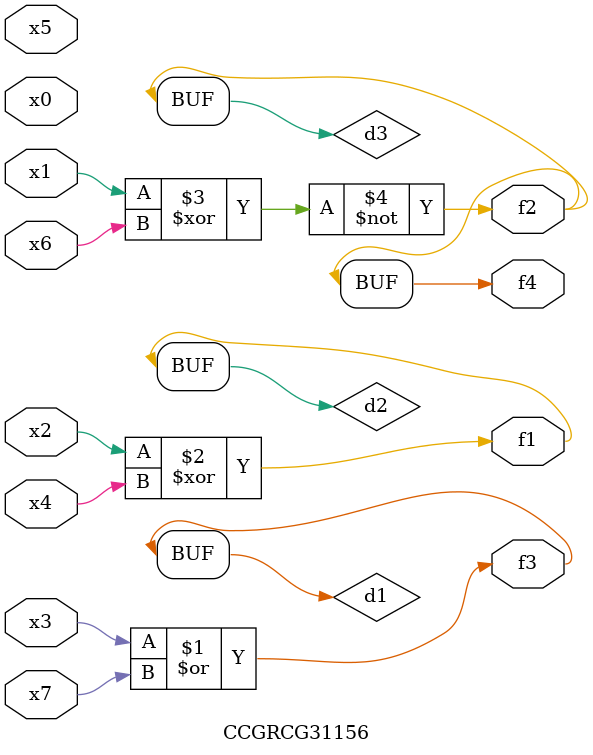
<source format=v>
module CCGRCG31156(
	input x0, x1, x2, x3, x4, x5, x6, x7,
	output f1, f2, f3, f4
);

	wire d1, d2, d3;

	or (d1, x3, x7);
	xor (d2, x2, x4);
	xnor (d3, x1, x6);
	assign f1 = d2;
	assign f2 = d3;
	assign f3 = d1;
	assign f4 = d3;
endmodule

</source>
